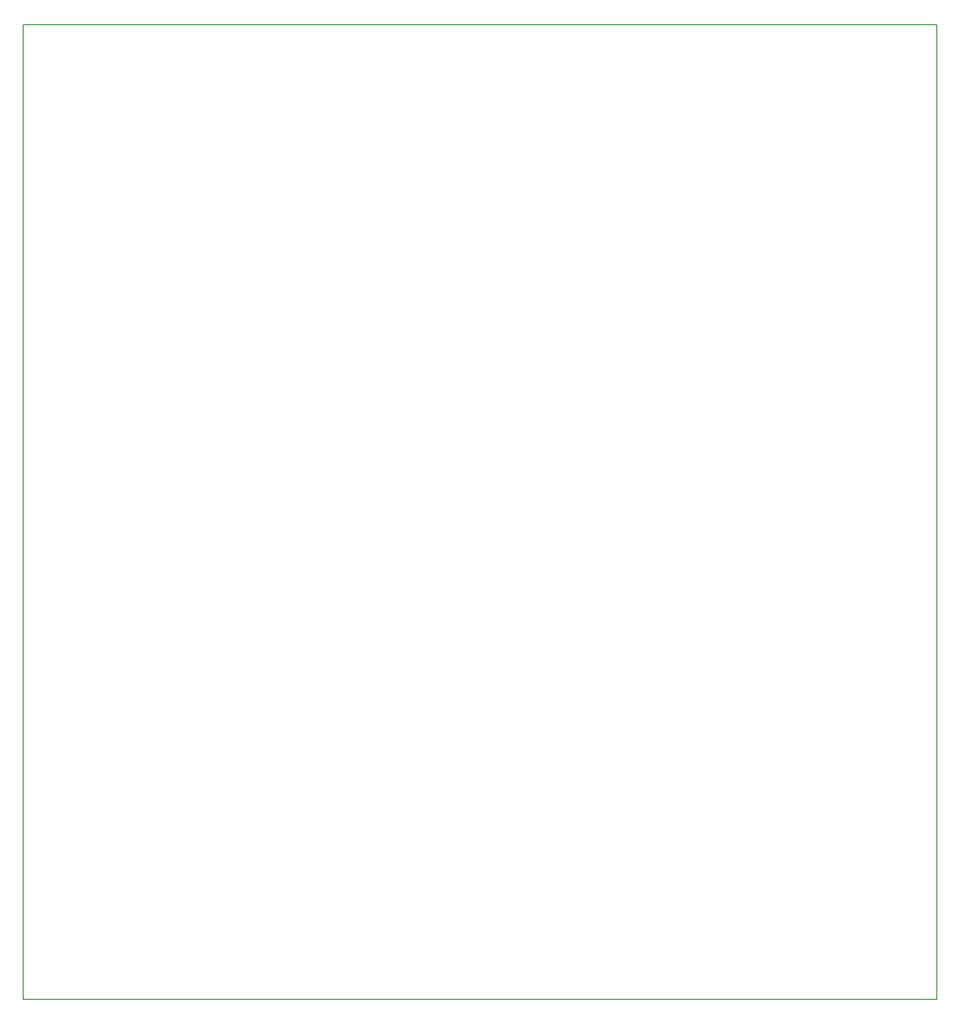
<source format=gbr>
G04 #@! TF.FileFunction,Profile,NP*
%FSLAX46Y46*%
G04 Gerber Fmt 4.6, Leading zero omitted, Abs format (unit mm)*
G04 Created by KiCad (PCBNEW 4.0.1-stable) date 05/03/17 04:52:38*
%MOMM*%
G01*
G04 APERTURE LIST*
%ADD10C,0.100000*%
%ADD11C,0.150000*%
G04 APERTURE END LIST*
D10*
D11*
X17780000Y-184150000D02*
X20320000Y-184150000D01*
X17780000Y-20320000D02*
X17780000Y-184150000D01*
X171450000Y-20320000D02*
X17780000Y-20320000D01*
X171450000Y-22860000D02*
X171450000Y-20320000D01*
X171450000Y-181610000D02*
X171450000Y-184150000D01*
X20320000Y-184150000D02*
X25400000Y-184150000D01*
X171450000Y-181610000D02*
X171450000Y-22860000D01*
X25400000Y-184150000D02*
X171450000Y-184150000D01*
M02*

</source>
